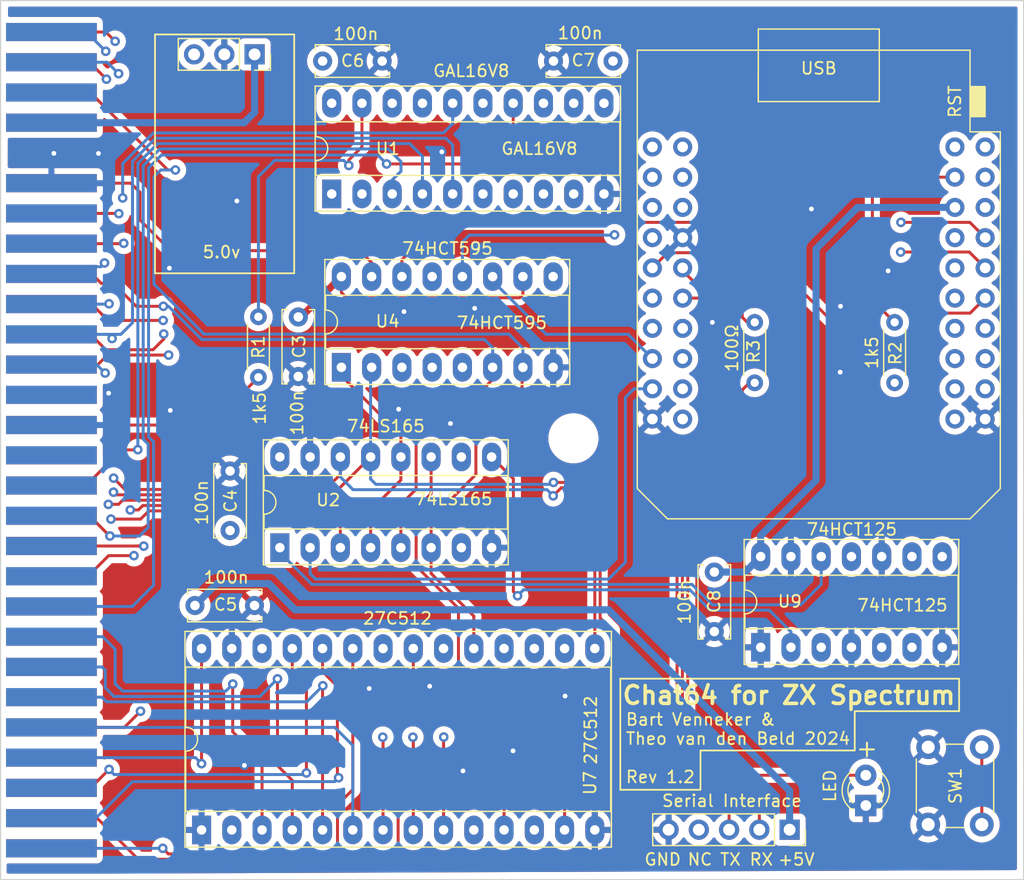
<source format=kicad_pcb>
(kicad_pcb (version 20211014) (generator pcbnew)
  (layers (0 "F.Cu" signal) (1 "In1.Cu" signal) (2 "In2.Cu" signal) (31 "B.Cu" signal) (34 "B.Paste" user) (35 "F.Paste" user) (36 "B.SilkS" user "B.Silkscreen") (37 "F.SilkS" user "F.Silkscreen") (38 "B.Mask" user) (39 "F.Mask" user) (44 "Edge.Cuts" user))
  (net 0 "")
  (net 1 "GND")
  (net 2 "Net-(D1-Pad2)")
  (net 3 "RST")
  (net 4 "LED")
  (net 5 "iRST")
  (net 18 "sclk_1")
  (net 19 "oRST")
  (net 20 "oNMI")
  (net 21 "iIO1")
  (net 23 "RCLK")
  (net 25 "+5V")
  (net 30 "A2")
  (net 31 "A3")
  (net 32 "A4")
  (net 34 "A14")
  (net 35 "A15")
  (net 36 "D1")
  (net 37 "D2")
  (net 38 "D3")
  (net 39 "D4")
  (net 40 "D5")
  (net 42 "iIO2")
  (net 44 "D6")
  (net 45 "D7")
  (net 46 "RomCE")
  (net 51 "~{MREQ}")
  (net 53 "IO1")
  (net 55 "D0")
  (net 56 "IO2")
  (net 57 "~{NMI}")
  (net 58 "A5")
  (net 59 "A6")
  (net 62 "A8")
  (net 63 "A9")
  (net 64 "A10")
  (net 65 "A11")
  (net 67 "~{M1}")
  (net 74 "A12")
  (net 75 "A13")
  (net 76 "A7")
  (net 80 "~{RD}")
  (net 81 "~{RW}")
  (net 82 "A1")
  (net 83 "~{IORQ}")
  (net 84 "+9V")
  (net 85 "A0")
  (net 87 "Net-(R1-Pad1)")
  (net 88 "Net-(R2-Pad2)")
  (net 89 "sclk_2")
  (net 92 "oSdata")
  (net 93 "SPI CLK")
  (net 94 "MISO")
  (net 95 "MOSI")
  (net 96 "io26")
  (net 97 "io5")
  (net 98 "iSdata")
  (net 99 "iSdataH")
  (net 102 "+3V3")
  (net 104 "RX2")
  (net 105 "TX2")
  (footprint "Package_DIP:DIP-16_W7.62mm_Socket_LongPads" (layer "F.Cu") (at 85.167 94.43 90)
    (fp_text reference "U4")
    (fp_text value "74HCT595")
  )
  (footprint "LED_THT:LED_D3.0mm" (layer "F.Cu") (at 129.198 131.242 90)
    (fp_text reference "D1" hide)
    (fp_text value "LED")
  )
  (footprint "Capacitor_THT:C_Disc_D6.0mm_W2.5mm_P5.00mm" (layer "F.Cu") (at 107.975 68.7 180)
    (fp_text reference "C7")
    (fp_text value "100n")
  )
  (footprint "Resistor_THT:R_Axial_DIN0204_L3.6mm_D1.6mm_P5.08mm_Horizontal" (layer "F.Cu") (at 78.2 90.185 -90)
    (fp_text reference "R1")
    (fp_text value "1k5")
  )
  (footprint "Barts:ZX_Bus_Edge_Connector" (layer "F.Cu") (at 60.82 99.28 -90)
    (fp_text reference "Z1" hide)
    (fp_text value "ZX48Bus" hide)
  )
  (footprint "Capacitor_THT:C_Disc_D6.0mm_W2.5mm_P5.00mm" (layer "F.Cu") (at 81.55 90.2 -90)
    (fp_text reference "C3")
    (fp_text value "100n")
  )
  (footprint "Resistor_THT:R_Axial_DIN0204_L3.6mm_D1.6mm_P5.08mm_Horizontal" (layer "F.Cu") (at 131.617689 95.7305 90)
    (fp_text reference "R2")
    (fp_text value "1k5")
  )
  (footprint "Capacitor_THT:C_Disc_D6.0mm_W2.5mm_P5.00mm" (layer "F.Cu") (at 75.819 108.14 90)
    (fp_text reference "C4")
    (fp_text value "100n")
  )
  (footprint "MountingHole:MountingHole_3.2mm_M3" (layer "F.Cu") (at 104.648 100.3935)
    (fp_text reference "H1" hide)
    (fp_text value "MountingHole" hide)
  )
  (footprint "Resistor_THT:R_Axial_DIN0204_L3.6mm_D1.6mm_P5.08mm_Horizontal" (layer "F.Cu") (at 119.870189 90.6505 -90)
    (fp_text reference "R3")
    (fp_text value "100Ω")
  )
  (footprint "Capacitor_THT:C_Disc_D6.0mm_W2.5mm_P5.00mm" (layer "F.Cu") (at 83.591 68.7)
    (fp_text reference "C6")
    (fp_text value "100n")
  )
  (footprint "Package_DIP:DIP-20_W7.62mm_Socket_LongPads" (layer "F.Cu") (at 84.353 79.863 90)
    (fp_text reference "U1")
    (fp_text value "GAL16V8")
  )
  (footprint "Package_DIP:DIP-28_W15.24mm_Socket_LongPads" (layer "F.Cu") (at 73.425 133.295 90)
    (fp_text reference "U7")
    (fp_text value "27C512")
  )
  (footprint "Connector_PinSocket_2.54mm:PinSocket_1x05_P2.54mm_Vertical" (layer "F.Cu") (at 122.8 133.275 -90)
    (fp_text reference "J1" hide)
    (fp_text value "Conn_01x05_Female" hide)
  )
  (footprint "Package_DIP:DIP-14_W7.62mm_Socket_LongPads" (layer "F.Cu") (at 120.373 117.952 90)
    (fp_text reference "U9")
    (fp_text value "74HCT125")
  )
  (footprint "Capacitor_THT:C_Disc_D6.0mm_W2.5mm_P5.00mm" (layer "F.Cu") (at 116.478 111.63 -90)
    (fp_text reference "C8")
    (fp_text value "100n")
  )
  (footprint "Barts:5v_switching_TO220" (layer "F.Cu") (at 77.9 68.75 90)
    (fp_text reference "U5" hide)
    (fp_text value "5v module (hx1314G based)" hide)
  )
  (footprint "Capacitor_THT:C_Disc_D6.0mm_W2.5mm_P5.00mm" (layer "F.Cu") (at 72.87 114.44)
    (fp_text reference "C5")
    (fp_text value "100n")
  )
  (footprint "Button_Switch_THT:SW_PUSH_6mm" (layer "F.Cu") (at 134.438 132.842 90)
    (fp_text reference "SW1")
    (fp_text value "SW_Push" hide)
  )
  (footprint "Barts:ESP32_mini" (layer "F.Cu") (at 125.250189 87.3455 180)
    (fp_text reference "U3" hide)
    (fp_text value "mini_esp32" hide)
  )
  (footprint "Package_DIP:DIP-16_W7.62mm_Socket_LongPads" (layer "F.Cu") (at 80 109.58 90)
    (fp_text reference "U2" hide)
    (fp_text value "74LS165")
  )
  (gr_poly (pts (xy 137.033 123.317) (xy 128.27 123.317) (xy 128.27 126.619) (xy 115.316 126.619) (xy 115.316 129.921) (xy 108.585 129.921) (xy 108.585 120.5865) (xy 137.033 120.5865)) (layer "F.SilkS") (width 0.15) (fill none))
  (gr_rect (start 56.552 63.62) (end 142.447 137.47) (layer "Edge.Cuts") (width 0.1) (fill none))
  (gr_text "27C512" (at 89.875 115.525) (layer "F.SilkS") (effects (font (size 1 1))))
  (gr_text "74HCT595" (at 94.075 84.45) (layer "F.SilkS") (effects (font (size 1 1))))
  (gr_text "Bart Venneker & \nTheo van den Beld 2024\n\nRev 1.2" (at 108.966 126.4285) (layer "F.SilkS") (effects (font (size 1 1)) (justify left)))
  (gr_text "Chat64 for ZX Spectrum" (at 122.7455 121.9835) (layer "F.SilkS") (effects (font (size 1.5 1.5) (thickness 0.3))))
  (gr_text "NC" (at 114.15 135.775) (layer "F.SilkS") (effects (font (size 1 1)) (justify left)))
  (gr_text "TX RX" (at 116.875 135.775) (layer "F.SilkS") (effects (font (size 1 1)) (justify left)))
  (gr_text "+" (at 129.2945 126.4175) (layer "F.SilkS") (effects (font (size 1.5 1.5) (thickness 0.17))))
  (gr_text "GAL16V8" (at 96.075 69.525) (layer "F.SilkS") (effects (font (size 1 1))))
  (gr_text "74HCT125" (at 128.025 108.05) (layer "F.SilkS") (effects (font (size 1 1))))
  (gr_text "Serial Interface" (at 112 130.85) (layer "F.SilkS") (effects (font (size 1 1)) (justify left)))
  (gr_text "+5V" (at 121.75 135.775) (layer "F.SilkS") (effects (font (size 1 1)) (justify left)))
  (gr_text "GND" (at 110.525 135.775) (layer "F.SilkS") (effects (font (size 1 1)) (justify left)))
  (gr_text "74LS165" (at 88.9 99.375) (layer "F.SilkS") (effects (font (size 1 1))))
  (via (at 70.725 86.1) (size 0.8) (drill 0.4) (layers "F.Cu" "B.Cu") (net 1))
  (via (at 127.075 89.3) (size 0.8) (drill 0.4) (layers "F.Cu" "B.Cu") (net 1))
  (via (at 77.02 127.87) (size 0.8) (drill 0.4) (layers "F.Cu" "B.Cu") (net 1))
  (via (at 124.632689 81.1255) (size 0.8) (drill 0.4) (layers "F.Cu" "B.Cu") (net 1))
  (via (at 99.575 126.65) (size 0.8) (drill 0.4) (layers "F.Cu" "B.Cu") (net 1))
  (via (at 93.599 76.327) (size 0.8) (drill 0.4) (layers "F.Cu" "B.Cu") (net 1))
  (via (at 61.0235 76.454) (size 0.8) (drill 0.4) (layers "F.Cu" "B.Cu") (net 1))
  (via (at 103.9495 122.047) (size 0.8) (drill 0.4) (layers "F.Cu" "B.Cu") (net 1))
  (via (at 89.975 97.95) (size 0.8) (drill 0.4) (layers "F.Cu" "B.Cu") (net 1))
  (via (at 65.625 96.6) (size 0.8) (drill 0.4) (layers "F.Cu" "B.Cu") (net 1))
  (via (at 96.357 89.47) (size 0.8) (drill 0.4) (layers "F.Cu" "B.Cu") (net 1))
  (via (at 127.045689 94.8415) (size 0.8) (drill 0.4) (layers "F.Cu" "B.Cu") (net 1))
  (via (at 116.314189 90.6505) (size 0.8) (drill 0.4) (layers "F.Cu" "B.Cu") (net 1))
  (via (at 92.583 121.2215) (size 0.8) (drill 0.4) (layers "F.Cu" "B.Cu") (net 1))
  (via (at 95.377 128.3335) (size 0.8) (drill 0.4) (layers "F.Cu" "B.Cu") (net 1))
  (via (at 64.77 76.46) (size 0.8) (drill 0.4) (layers "F.Cu" "B.Cu") (net 1))
  (via (at 131.075 86.325) (size 0.8) (drill 0.4) (layers "F.Cu" "B.Cu") (net 1))
  (via (at 90.425 89.75) (size 0.8) (drill 0.4) (layers "F.Cu" "B.Cu") (net 1))
  (via (at 70.8 98.05) (size 0.8) (drill 0.4) (layers "F.Cu" "B.Cu") (net 1))
  (via (at 94.325 99.15) (size 0.8) (drill 0.4) (layers "F.Cu" "B.Cu") (net 1))
  (via (at 76.3905 80.4545) (size 0.8) (drill 0.4) (layers "F.Cu" "B.Cu") (net 1))
  (via (at 87.503 121.412) (size 0.8) (drill 0.4) (layers "F.Cu" "B.Cu") (net 1))
  (segment (start 114.25 104.225) (end 118.82452 99.650479) (width 0.25) (layer "F.Cu") (net 2))
  (segment (start 118.052 128.702) (end 114.25 124.9) (width 0.25) (layer "F.Cu") (net 2))
  (segment (start 129.198 128.702) (end 118.052 128.702) (width 0.25) (layer "F.Cu") (net 2))
  (segment (start 119.4195 95.7305) (end 119.870189 95.7305) (width 0.25) (layer "F.Cu") (net 2))
  (segment (start 118.82452 96.32548) (end 119.4195 95.7305) (width 0.25) (layer "F.Cu") (net 2))
  (segment (start 114.25 124.9) (end 114.25 104.225) (width 0.25) (layer "F.Cu") (net 2))
  (segment (start 118.82452 99.650479) (end 118.82452 96.32548) (width 0.25) (layer "F.Cu") (net 2))
  (segment (start 99.593 75.413) (end 99.593 72.243) (width 0.25) (layer "F.Cu") (net 3))
  (segment (start 97.663 77.343) (end 99.593 75.413) (width 0.25) (layer "F.Cu") (net 3))
  (segment (start 88.9635 77.343) (end 97.663 77.343) (width 0.25) (layer "F.Cu") (net 3))
  (via (at 88.9635 77.343) (size 0.8) (drill 0.4) (layers "F.Cu" "B.Cu") (net 3))
  (segment (start 68.97606 100.280842) (end 69.394031 100.698814) (width 0.25) (layer "B.Cu") (net 3))
  (segment (start 70.056653 76.597629) (end 68.97606 77.678222) (width 0.25) (layer "B.Cu") (net 3))
  (segment (start 68.97606 77.678222) (end 68.97606 100.280842) (width 0.25) (layer "B.Cu") (net 3))
  (segment (start 69.394031 112.730969) (end 67.605 114.52) (width 0.25) (layer "B.Cu") (net 3))
  (segment (start 88.218129 76.597629) (end 70.056653 76.597629) (width 0.25) (layer "B.Cu") (net 3))
  (segment (start 69.394031 100.698814) (end 69.394031 112.730969) (width 0.25) (layer "B.Cu") (net 3))
  (segment (start 67.605 114.52) (end 60.82 114.52) (width 0.25) (layer "B.Cu") (net 3))
  (segment (start 88.9635 77.343) (end 88.218129 76.597629) (width 0.25) (layer "B.Cu") (net 3))
  (segment (start 119.870189 90.6505) (end 119.2505 90.6505) (width 0.25) (layer "F.Cu") (net 4))
  (segment (start 118.795956 89.27452) (end 117.237895 87.71646) (width 0.25) (layer "F.Cu") (net 4))
  (segment (start 117.237895 87.71646) (end 115.861198 87.71646) (width 0.25) (layer "F.Cu") (net 4))
  (segment (start 119.2505 90.6505) (end 118.82452 90.22452) (width 0.25) (layer "F.Cu") (net 4))
  (segment (start 118.82452 90.22452) (end 118.82452 89.27452) (width 0.25) (layer "F.Cu") (net 4))
  (segment (start 118.82452 89.27452) (end 118.795956 89.27452) (width 0.25) (layer "F.Cu") (net 4))
  (segment (start 115.861198 87.71646) (end 115.4125 87.267762) (width 0.25) (layer "F.Cu") (net 4))
  (segment (start 115.4125 85.3125) (end 114.9 84.8) (width 0.25) (layer "F.Cu") (net 4))
  (segment (start 114.9 84.8) (end 112.555689 84.8) (width 0.25) (layer "F.Cu") (net 4))
  (segment (start 115.4125 87.267762) (end 115.4125 85.3125) (width 0.25) (layer "F.Cu") (net 4))
  (segment (start 112.555689 84.8) (end 111.280189 86.0755) (width 0.25) (layer "F.Cu") (net 4))
  (segment (start 138.938 132.842) (end 138.938 126.342) (width 0.25) (layer "F.Cu") (net 5))
  (segment (start 82.54 111.765) (end 82.99548 112.22048) (width 0.25) (layer "B.Cu") (net 18))
  (segment (start 109.0125 110.8125) (end 109.0125 96.9625) (width 0.25) (layer "B.Cu") (net 18))
  (segment (start 111.280189 96.2355) (end 109.7395 96.2355) (width 0.25) (layer "B.Cu") (net 18))
  (segment (start 82.99548 112.22048) (end 107.60452 112.22048) (width 0.25) (layer "B.Cu") (net 18))
  (segment (start 82.54 109.58) (end 82.54 111.765) (width 0.25) (layer "B.Cu") (net 18))
  (segment (start 107.60452 112.22048) (end 109.0125 110.8125) (width 0.25) (layer "B.Cu") (net 18))
  (segment (start 109.7395 96.2355) (end 109.0125 96.9625) (width 0.25) (layer "B.Cu") (net 18))
  (segment (start 137.934689 82.25) (end 139.220189 83.5355) (width 0.25) (layer "F.Cu") (net 23))
  (segment (start 132.15 82.25) (end 137.934689 82.25) (width 0.25) (layer "F.Cu") (net 23))
  (via (at 132.15 82.25) (size 0.8) (drill 0.4) (layers "F.Cu" "B.Cu") (net 23))
  (via (at 108.1 83.3) (size 0.8) (drill 0.4) (layers "F.Cu" "B.Cu") (net 23))
  (segment (start 95.327 86.81) (end 95.327 83.898) (width 0.25) (layer "B.Cu") (net 23))
  (segment (start 95.9 83.325) (end 98.575 83.325) (width 0.25) (layer "B.Cu") (net 23))
  (segment (start 98.575 83.325) (end 107.525 83.325) (width 0.25) (layer "B.Cu") (net 23))
  (segment (start 95.327 83.898) (end 95.9 83.325) (width 0.25) (layer "B.Cu") (net 23))
  (segment (start 108.075 83.325) (end 108.1 83.3) (width 0.25) (layer "B.Cu") (net 23))
  (segment (start 107.525 83.325) (end 108.075 83.325) (width 0.25) (layer "B.Cu") (net 23))
  (segment (start 85.612489 88.585489) (end 85.167 88.14) (width 0.25) (layer "F.Cu") (net 25))
  (segment (start 81.55 90.2) (end 81.777 90.2) (width 0.6) (layer "F.Cu") (net 25))
  (segment (start 73.425 127.725) (end 73.425 118.055) (width 0.25) (layer "F.Cu") (net 25))
  (segment (start 100.131511 88.585489) (end 85.612489 88.585489) (width 0.25) (layer "F.Cu") (net 25))
  (segment (start 100.407 88.31) (end 100.131511 88.585489) (width 0.25) (layer "F.Cu") (net 25))
  (segment (start 100.407 86.81) (end 100.407 88.31) (width 0.25) (layer "F.Cu") (net 25))
  (segment (start 81.777 90.2) (end 85.167 86.81) (width 0.6) (layer "F.Cu") (net 25))
  (segment (start 85.167 88.14) (end 85.167 86.81) (width 0.25) (layer "F.Cu") (net 25))
  (via (at 73.425 127.725) (size 0.8) (drill 0.4) (layers "F.Cu" "B.Cu") (net 25))
  (segment (start 60.82 127.22) (end 72.92 127.22) (width 0.25) (layer "B.Cu") (net 25))
  (segment (start 74.71 112.6) (end 72.87 114.44) (width 0.6) (layer "B.Cu") (net 25))
  (segment (start 122.8 130) (end 107.6 114.8) (width 0.6) (layer "B.Cu") (net 25))
  (segment (start 107.6 114.8) (end 81.275 114.8) (width 0.6) (layer "B.Cu") (net 25))
  (segment (start 122.8 133.275) (end 122.8 130) (width 0.6) (layer "B.Cu") (net 25))
  (segment (start 79.075 112.6) (end 74.71 112.6) (width 0.6) (layer "B.Cu") (net 25))
  (segment (start 72.92 127.22) (end 73.425 127.725) (width 0.25) (layer "B.Cu") (net 25))
  (segment (start 81.275 114.8) (end 79.075 112.6) (width 0.6) (layer "B.Cu") (net 25))
  (segment (start 91.205 125.535) (end 91.205 133.295) (width 0.25) (layer "F.Cu") (net 30))
  (segment (start 91.17 125.5) (end 91.205 125.535) (width 0.25) (layer "F.Cu") (net 30))
  (via (at 91.17 125.5) (size 0.8) (drill 0.4) (layers "F.Cu" "B.Cu") (net 30))
  (via (at 65.913 92.0115) (size 0.8) (drill 0.4) (layers "F.Cu" "B.Cu") (net 30))
  (segment (start 67.6275 77.119629) (end 69.563129 75.184) (width 0.25) (layer "B.Cu") (net 30))
  (segment (start 64.677 91.66) (end 65.1805 91.66) (width 0.25) (layer "B.Cu") (net 30))
  (segment (start 65.1805 91.66) (end 65.5615 91.66) (width 0.25) (layer "B.Cu") (net 30))
  (segment (start 65.5615 91.66) (end 65.913 92.0115) (width 0.25) (layer "B.Cu") (net 30))
  (segment (start 94.513 75.756) (end 94.513 79.863) (width 0.25) (layer "B.Cu") (net 30))
  (segment (start 66.65 91.66) (end 67.6275 90.6825) (width 0.25) (layer "B.Cu") (net 30))
  (segment (start 93.941 75.184) (end 94.513 75.756) (width 0.25) (layer "B.Cu") (net 30))
  (segment (start 69.563129 75.184) (end 93.941 75.184) (width 0.25) (layer "B.Cu") (net 30))
  (segment (start 67.6275 90.6825) (end 67.6275 77.119629) (width 0.25) (layer "B.Cu") (net 30))
  (segment (start 65.1805 91.66) (end 66.65 91.66) (width 0.25) (layer "B.Cu") (net 30))
  (segment (start 60.82 91.66) (end 64.677 91.66) (width 0.25) (layer "B.Cu") (net 30))
  (segment (start 88.665 125.525) (end 88.665 133.295) (width 0.25) (layer "F.Cu") (net 31))
  (segment (start 88.64 125.5) (end 88.665 125.525) (width 0.25) (layer "F.Cu") (net 31))
  (via (at 88.64 125.5) (size 0.8) (drill 0.4) (layers "F.Cu" "B.Cu") (net 31))
  (via (at 65.33 94.91) (size 0.8) (drill 0.4) (layers "F.Cu" "B.Cu") (net 31))
  (segment (start 64.62 94.2) (end 65.33 94.91) (width 0.25) (layer "B.Cu") (net 31))
  (segment (start 60.82 94.2) (end 64.62 94.2) (width 0.25) (layer "B.Cu") (net 31))
  (segment (start 84.61 124.68) (end 86.125 126.195) (width 0.25) (layer "B.Cu") (net 32))
  (segment (start 86.125 126.195) (end 86.125 133.295) (width 0.25) (layer "B.Cu") (net 32))
  (segment (start 60.82 124.68) (end 84.61 124.68) (width 0.25) (layer "B.Cu") (net 32))
  (via (at 65.38 67.88) (size 0.8) (drill 0.4) (layers "F.Cu" "B.Cu") (net 34))
  (segment (start 63.76 66.26) (end 65.38 67.88) (width 0.25) (layer "B.Cu") (net 34))
  (segment (start 60.82 66.26) (end 63.76 66.26) (width 0.25) (layer "B.Cu") (net 34))
  (segment (start 65.39 66.26) (end 60.82 66.26) (width 0.25) (layer "F.Cu") (net 35))
  (segment (start 66.17 67.04) (end 65.39 66.26) (width 0.25) (layer "F.Cu") (net 35))
  (via (at 66.17 67.04) (size 0.8) (drill 0.4) (layers "F.Cu" "B.Cu") (net 35))
  (segment (start 66.46 81.5) (end 60.82 81.5) (width 0.25) (layer "F.Cu") (net 36))
  (segment (start 65.6 105.94) (end 66.45 105.94) (width 0.25) (layer "F.Cu") (net 36))
  (segment (start 90.16 103.9) (end 90.16 101.96) (width 0.25) (layer "F.Cu") (net 36))
  (segment (start 88.46856 105.59144) (end 90.16 103.9) (width 0.25) (layer "F.Cu") (net 36))
  (segment (start 66.45 105.94) (end 66.79856 105.59144) (width 0.25) (layer "F.Cu") (net 36))
  (segment (start 90.16 101.96) (end 90.16 100.14) (width 0.25) (layer "F.Cu") (net 36))
  (segment (start 66.48 81.52) (end 66.46 81.5) (width 0.25) (layer "F.Cu") (net 36))
  (segment (start 66.79856 105.59144) (end 88.46856 105.59144) (width 0.25) (layer "F.Cu") (net 36))
  (segment (start 85.167 94.43) (end 85.167 95.147) (width 0.25) (layer "F.Cu") (net 36))
  (segment (start 85.167 95.147) (end 90.16 100.14) (width 0.25) (layer "F.Cu") (net 36))
  (via (at 65.6 105.94) (size 0.8) (drill 0.4) (layers "F.Cu" "B.Cu") (net 36))
  (via (at 66.48 81.52) (size 0.8) (drill 0.4) (layers "F.Cu" "B.Cu") (net 36))
  (segment (start 107.925 126.465) (end 105.045 129.345) (width 0.25) (layer "F.Cu") (net 37))
  (segment (start 107.925 116.525) (end 107.925 126.465) (width 0.25) (layer "F.Cu") (net 37))
  (segment (start 66.86 84.04) (end 60.82 84.04) (width 0.25) (layer "F.Cu") (net 37))
  (segment (start 84.092859 105.122859) (end 84.457141 105.122859) (width 0.25) (layer "F.Cu") (net 37))
  (segment (start 102.975 104.1) (end 105.65 104.1) (width 0.25) (layer "F.Cu") (net 37))
  (segment (start 103.905 130.485) (end 103.905 133.295) (width 0.25) (layer "F.Cu") (net 37))
  (segment (start 66.03 104.92) (end 66.25192 105.14192) (width 0.25) (layer "F.Cu") (net 37))
  (segment (start 66.89 84.01) (end 66.86 84.04) (width 0.25) (layer "F.Cu") (net 37))
  (segment (start 105.65 104.1) (end 106.89452 105.34452) (width 0.25) (layer "F.Cu") (net 37))
  (segment (start 106.89452 115.49452) (end 107.925 116.525) (width 0.25) (layer "F.Cu") (net 37))
  (segment (start 105.045 129.345) (end 103.905 130.485) (width 0.25) (layer "F.Cu") (net 37))
  (segment (start 84.457141 105.122859) (end 87.62 101.96) (width 0.25) (layer "F.Cu") (net 37))
  (segment (start 66.25192 105.14192) (end 84.073798 105.14192) (width 0.25) (layer "F.Cu") (net 37))
  (segment (start 84.073798 105.14192) (end 84.092859 105.122859) (width 0.25) (layer "F.Cu") (net 37))
  (segment (start 106.89452 105.34452) (end 106.89452 115.49452) (width 0.25) (layer "F.Cu") (net 37))
  (via (at 102.975 104.1) (size 0.8) (drill 0.4) (layers "F.Cu" "B.Cu") (net 37))
  (via (at 66.03 104.92) (size 0.8) (drill 0.4) (layers "F.Cu" "B.Cu") (net 37))
  (via (at 66.89 84.01) (size 0.8) (drill 0.4) (layers "F.Cu" "B.Cu") (net 37))
  (segment (start 87.62 103.82) (end 88.06048 104.26048) (width 0.25) (layer "B.Cu") (net 37))
  (segment (start 102.81452 104.26048) (end 102.975 104.1) (width 0.25) (layer "B.Cu") (net 37))
  (segment (start 87.62 101.96) (end 87.62 94.517) (width 0.25) (layer "B.Cu") (net 37))
  (segment (start 88.06048 104.26048) (end 101.53952 104.26048) (width 0.25) (layer "B.Cu") (net 37))
  (segment (start 101.53952 104.26048) (end 102.81452 104.26048) (width 0.25) (layer "B.Cu") (net 37))
  (segment (start 87.62 94.517) (end 87.707 94.43) (width 0.25) (layer "B.Cu") (net 37))
  (segment (start 87.62 101.96) (end 87.62 103.82) (width 0.25) (layer "B.Cu") (net 37))
  (segment (start 102.95 105.225) (end 103.62548 104.54952) (width 0.25) (layer "F.Cu") (net 38))
  (segment (start 70.25 92.056) (end 70.25 91.63) (width 0.25) (layer "F.Cu") (net 38))
  (segment (start 65.39148 92.95048) (end 69.35552 92.95048) (width 0.25) (layer "F.Cu") (net 38))
  (segment (start 60.82 91.66) (end 64.101 91.66) (width 0.25) (layer "F.Cu") (net 38))
  (segment (start 66.99402 104.6924) (end 83.8176 104.6924) (width 0.25) (layer "F.Cu") (net 38))
  (segment (start 105.463802 104.54952) (end 106.445 105.530718) (width 0.25) (layer "F.Cu") (net 38))
  (segment (start 64.101 91.66) (end 65.39148 92.95048) (width 0.25) (layer "F.Cu") (net 38))
  (segment (start 66.04162 103.74) (end 66.99402 104.6924) (width 0.25) (layer "F.Cu") (net 38))
  (segment (start 106.445 105.530718) (end 106.445 118.055) (width 0.25) (layer "F.Cu") (net 38))
  (segment (start 83.8176 104.6924) (end 85.08 103.43) (width 0.25) (layer "F.Cu") (net 38))
  (segment (start 85.08 103.43) (end 85.08 101.96) (width 0.25) (layer "F.Cu") (net 38))
  (segment (start 69.35552 92.95048) (end 70.25 92.056) (width 0.25) (layer "F.Cu") (net 38))
  (segment (start 64.42 91.66) (end 60.82 91.66) (width 0.25) (layer "F.Cu") (net 38))
  (segment (start 103.62548 104.54952) (end 105.463802 104.54952) (width 0.25) (layer "F.Cu") (net 38))
  (via (at 102.95 105.225) (size 0.8) (drill 0.4) (layers "F.Cu" "B.Cu") (net 38))
  (via (at 70.25 91.63) (size 0.8) (drill 0.4) (layers "F.Cu" "B.Cu") (net 38))
  (via (at 66.04162 103.74) (size 0.8) (drill 0.4) (layers "F.Cu" "B.Cu") (net 38))
  (segment (start 101.515 104.71) (end 102.435 104.71) (width 0.25) (layer "B.Cu") (net 38))
  (segment (start 102.435 104.71) (end 102.95 105.225) (width 0.25) (layer "B.Cu") (net 38))
  (segment (start 101.515 104.71) (end 86.15 104.71) (width 0.25) (layer "B.Cu") (net 38))
  (segment (start 85.08 103.64) (end 85.08 101.96) (width 0.25) (layer "B.Cu") (net 38))
  (segment (start 86.15 104.71) (end 85.08 103.64) (width 0.25) (layer "B.Cu") (net 38))
  (segment (start 83.73048 106.49048) (end 68.99952 106.49048) (width 0.25) (layer "F.Cu") (net 39))
  (segment (start 64.72 94.2) (end 60.82 94.2) (width 0.25) (layer "F.Cu") (net 39))
  (segment (start 70.66 93.4) (end 65.52 93.4) (width 0.25) (layer "F.Cu") (net 39))
  (segment (start 68.31 107.18) (end 65.82 107.18) (width 0.25) (layer "F.Cu") (net 39))
  (segment (start 85.08 109.58) (end 85.08 107.84) (width 0.25) (layer "F.Cu") (net 39))
  (segment (start 85.08 107.84) (end 83.73048 106.49048) (width 0.25) (layer "F.Cu") (net 39))
  (segment (start 65.52 93.4) (end 64.72 94.2) (width 0.25) (layer "F.Cu") (net 39))
  (segment (start 68.99952 106.49048) (end 68.31 107.18) (width 0.25) (layer "F.Cu") (net 39))
  (via (at 70.66 93.4) (size 0.8) (drill 0.4) (layers "F.Cu" "B.Cu") (net 39))
  (via (at 65.82 107.18) (size 0.8) (drill 0.4) (layers "F.Cu" "B.Cu") (net 39))
  (segment (start 65.57 90.49) (end 70.2 90.49) (width 0.25) (layer "F.Cu") (net 40))
  (segment (start 64.423 89.12) (end 60.82 89.12) (width 0.25) (layer "F.Cu") (net 40))
  (segment (start 86.68096 106.04096) (end 87.62 106.98) (width 0.25) (layer "F.Cu") (net 40))
  (segment (start 64.2 89.12) (end 65.11 90.03) (width 0.25) (layer "F.Cu") (net 40))
  (segment (start 65.11 90.03) (end 65.57 90.49) (width 0.25) (layer "F.Cu") (net 40))
  (segment (start 60.82 89.12) (end 64.2 89.12) (width 0.25) (layer "F.Cu") (net 40))
  (segment (start 87.62 106.98) (end 87.62 109.58) (width 0.25) (layer "F.Cu") (net 40))
  (segment (start 68.12594 106.41) (end 68.49498 106.04096) (width 0.25) (layer "F.Cu") (net 40))
  (segment (start 67.44 106.41) (end 68.12594 106.41) (width 0.25) (layer "F.Cu") (net 40))
  (segment (start 68.49498 106.04096) (end 86.68096 106.04096) (width 0.25) (layer "F.Cu") (net 40))
  (via (at 70.2 90.49) (size 0.8) (drill 0.4) (layers "F.Cu" "B.Cu") (net 40))
  (via (at 67.44 106.41) (size 0.8) (drill 0.4) (layers "F.Cu" "B.Cu") (net 40))
  (segment (start 91.44 104.67) (end 90.15 105.96) (width 0.25) (layer "F.Cu") (net 44))
  (segment (start 60.82 86.58) (end 64.21 86.58) (width 0.25) (layer "F.Cu") (net 44))
  (segment (start 97.867 94.43) (end 97.867 95.45) (width 0.25) (layer "F.Cu") (net 44))
  (segment (start 90.16 105.97) (end 90.16 109.58) (width 0.25) (layer "F.Cu") (net 44))
  (segment (start 67.94 89.3) (end 70.22 89.3) (width 0.25) (layer "F.Cu") (net 44))
  (segment (start 91.44 98.69) (end 91.44 104.67) (width 0.25) (layer "F.Cu") (net 44))
  (segment (start 97.867 95.45) (end 96.667 96.65) (width 0.25) (layer "F.Cu") (net 44))
  (segment (start 64.21 86.58) (end 64.91975 87.28975) (width 0.25) (layer "F.Cu") (net 44))
  (segment (start 96.667 96.65) (end 93.48 96.65) (width 0.25) (layer "F.Cu") (net 44))
  (segment (start 67.84 89.2) (end 67.94 89.3) (width 0.25) (layer "F.Cu") (net 44))
  (segment (start 66.016 87.376) (end 67.84 89.2) (width 0.25) (layer "F.Cu") (net 44))
  (segment (start 93.48 96.65) (end 91.44 98.69) (width 0.25) (layer "F.Cu") (net 44))
  (segment (start 90.15 105.96) (end 90.16 105.97) (width 0.25) (layer "F.Cu") (net 44))
  (segment (start 65.006 87.376) (end 66.016 87.376) (width 0.25) (layer "F.Cu") (net 44))
  (segment (start 65.006 87.376) (end 64.91975 87.28975) (width 0.25) (layer "F.Cu") (net 44))
  (via (at 70.22 89.3) (size 0.8) (drill 0.4) (layers "F.Cu" "B.Cu") (net 44))
  (segment (start 70.65 89.3) (end 70.22 89.3) (width 0.25) (layer "B.Cu") (net 44))
  (segment (start 97.867 92.777) (end 97.17952 92.08952) (width 0.25) (layer "B.Cu") (net 44))
  (segment (start 97.17952 92.08952) (end 73.43952 92.08952) (width 0.25) (layer "B.Cu") (net 44))
  (segment (start 73.43952 92.08952) (end 70.65 89.3) (width 0.25) (layer "B.Cu") (net 44))
  (segment (start 97.867 94.43) (end 97.867 92.777) (width 0.25) (layer "B.Cu") (net 44))
  (segment (start 92.7 109.58) (end 92.7 111.749282) (width 0.25) (layer "F.Cu") (net 45))
  (segment (start 96.285 115.334282) (end 96.285 118.055) (width 0.25) (layer "F.Cu") (net 45))
  (segment (start 92.7 107.189386) (end 96.46 103.429386) (width 0.25) (layer "F.Cu") (net 45))
  (segment (start 64.08 71.34) (end 60.82 71.34) (width 0.25) (layer "F.Cu") (net 45))
  (segment (start 92.7 111.749282) (end 96.285 115.334282) (width 0.25) (layer "F.Cu") (net 45))
  (segment (start 96.46 99.987) (end 100.34 96.107) (width 0.25) (layer "F.Cu") (net 45))
  (segment (start 92.7 109.58) (end 92.7 107.189386) (width 0.25) (layer "F.Cu") (net 45))
  (segment (start 71.23 77.85) (end 70.59 77.85) (width 0.25) (layer "F.Cu") (net 45))
  (segment (start 70.59 77.85) (end 64.08 71.34) (width 0.25) (layer "F.Cu") (net 45))
  (segment (start 100.34 96.107) (end 100.34 94.45) (width 0.25) (layer "F.Cu") (net 45))
  (segment (start 96.46 103.429386) (end 96.46 99.987) (width 0.25) (layer "F.Cu") (net 45))
  (via (at 71.23 77.85) (size 0.8) (drill 0.4) (layers "F.Cu" "B.Cu") (net 45))
  (segment (start 71.23 77.85) (end 70 77.85) (width 0.25) (layer "B.Cu") (net 45))
  (segment (start 69.42558 78.42442) (end 69.42558 87.439862) (width 0.25) (layer "B.Cu") (net 45))
  (segment (start 70 77.85) (end 69.42558 78.42442) (width 0.25) (layer "B.Cu") (net 45))
  (segment (start 69.42558 87.439862) (end 73.625718 91.64) (width 0.25) (layer "B.Cu") (net 45))
  (segment (start 73.625718 91.64) (end 99.23 91.64) (width 0.25) (layer "B.Cu") (net 45))
  (segment (start 99.23 91.64) (end 100.407 92.817) (width 0.25) (layer "B.Cu") (net 45))
  (segment (start 100.407 92.817) (end 100.407 94.43) (width 0.25) (layer "B.Cu") (net 45))
  (via (at 66.802 80.2005) (size 0.8) (drill 0.4) (layers "F.Cu" "B.Cu") (net 46))
  (segment (start 93.73448 74.73448) (end 94.513 73.95596) (width 0.25) (layer "B.Cu") (net 46))
  (segment (start 94.513 73.95596) (end 94.513 72.243) (width 0.25) (layer "B.Cu") (net 46))
  (segment (start 66.802 77.309411) (end 66.802 80.2005) (width 0.25) (layer "B.Cu") (net 46))
  (segment (start 69.376931 74.73448) (end 66.802 77.309411) (width 0.25) (layer "B.Cu") (net 46))
  (segment (start 93.73448 74.73448) (end 69.376931 74.73448) (width 0.25) (layer "B.Cu") (net 46))
  (segment (start 66.71 101.37) (end 68.048 101.37) (width 0.25) (layer "F.Cu") (net 51))
  (segment (start 60.82 104.36) (end 63.72 104.36) (width 0.25) (layer "F.Cu") (net 51))
  (segment (start 65.05 103.03) (end 66.71 101.37) (width 0.25) (layer "F.Cu") (net 51))
  (segment (start 68.048 101.37) (end 68.072 101.346) (width 0.25) (layer "F.Cu") (net 51))
  (segment (start 63.72 104.36) (end 65.05 103.03) (width 0.25) (layer "F.Cu") (net 51))
  (via (at 68.072 101.346) (size 0.8) (drill 0.4) (layers "F.Cu" "B.Cu") (net 51))
  (segment (start 68.07702 77.305827) (end 69.749327 75.63352) (width 0.25) (layer "B.Cu") (net 51))
  (segment (start 90.90852 75.63352) (end 91.973 76.698) (width 0.25) (layer "B.Cu") (net 51))
  (segment (start 91.973 76.698) (end 91.973 79.863) (width 0.25) (layer "B.Cu") (net 51))
  (segment (start 68.07702 101.34098) (end 68.07702 77.305827) (width 0.25) (layer "B.Cu") (net 51))
  (segment (start 69.749327 75.63352) (end 90.90852 75.63352) (width 0.25) (layer "B.Cu") (net 51))
  (segment (start 68.072 101.346) (end 68.07702 101.34098) (width 0.25) (layer "B.Cu") (net 51))
  (segment (start 80 109.58) (end 80 109.98) (width 0.25) (layer "B.Cu") (net 53))
  (segment (start 82.69 112.67) (end 114.60904 112.67) (width 0.25) (layer "B.Cu") (net 53))
  (segment (start 114.60904 112.67) (end 116.31952 114.38048) (width 0.25) (layer "B.Cu") (net 53))
  (segment (start 116.31952 114.38048) (end 123.72952 114.38048) (width 0.25) (layer "B.Cu") (net 53))
  (segment (start 125.453 112.657) (end 125.453 110.332) (width 0.25) (layer "B.Cu") (net 53))
  (segment (start 80 109.98) (end 82.69 112.67) (width 0.25) (layer "B.Cu") (net 53))
  (segment (start 123.72952 114.38048) (end 125.453 112.657) (width 0.25) (layer "B.Cu") (net 53))
  (segment (start 87.707 86.81) (end 87.707 85.632) (width 0.25) (layer "F.Cu") (net 55))
  (segment (start 94.996 124.333) (end 98.825 128.162) (width 0.25) (layer "F.Cu") (net 55))
  (segment (start 98.825 128.162) (end 98.825 133.295) (width 0.25) (layer "F.Cu") (net 55))
  (segment (start 70.825 84.625) (end 68.25 82.05) (width 0.25) (layer "F.Cu") (net 55))
  (segment (start 91.4435 106.2965) (end 91.4435 111.1285) (width 0.25) (layer "F.Cu") (net 55))
  (segment (start 87.707 85.632) (end 86.7 84.625) (width 0.25) (layer "F.Cu") (net 55))
  (segment (start 91.4435 111.1285) (end 94.996 114.681) (width 0.25) (layer "F.Cu") (net 55))
  (segment (start 68.25 82.05) (end 68.25 79.725) (width 0.25) (layer "F.Cu") (net 55))
  (segment (start 92.7 101.96) (end 92.7 105.04) (width 0.25) (layer "F.Cu") (net 55))
  (segment (start 86.7 84.625) (end 70.825 84.625) (width 0.25) (layer "F.Cu") (net 55))
  (segment (start 67.485 78.96) (end 60.82 78.96) (width 0.25) (layer "F.Cu") (net 55))
  (segment (start 94.996 114.681) (end 94.996 124.333) (width 0.25) (layer "F.Cu") (net 55))
  (segment (start 92.7 105.04) (end 91.4435 106.2965) (width 0.25) (layer "F.Cu") (net 55))
  (segment (start 68.25 79.725) (end 67.485 78.96) (width 0.25) (layer "F.Cu") (net 55))
  (segment (start 74.185 99.28) (end 78.2 95.265) (width 0.25) (layer "F.Cu") (net 57))
  (segment (start 60.82 99.28) (end 74.185 99.28) (width 0.25) (layer "F.Cu") (net 57))
  (segment (start 83.585 133.295) (end 83.585 121.205) (width 0.25) (layer "F.Cu") (net 58))
  (segment (start 83.585 121.205) (end 83.61 121.18) (width 0.25) (layer "F.Cu") (net 58))
  (via (at 83.61 121.18) (size 0.8) (drill 0.4) (layers "F.Cu" "B.Cu") (net 58))
  (segment (start 83.61 121.18) (end 82.26048 122.52952) (width 0.25) (layer "B.Cu") (net 58))
  (segment (start 82.26048 122.52952) (end 65.44952 122.52952) (width 0.25) (layer "B.Cu") (net 58))
  (segment (start 65.44952 122.52952) (end 65.06 122.14) (width 0.25) (layer "B.Cu") (net 58))
  (segment (start 65.06 122.14) (end 60.82 122.14) (width 0.25) (layer "B.Cu") (net 58))
  (segment (start 81.045 129.135) (end 79.8 127.89) (width 0.25) (layer "F.Cu") (net 59))
  (segment (start 81.045 133.295) (end 81.045 129.135) (width 0.25) (layer "F.Cu") (net 59))
  (segment (start 79.8 127.89) (end 79.8 120.6) (width 0.25) (layer "F.Cu") (net 59))
  (via (at 79.8 120.6) (size 0.8) (drill 0.4) (layers "F.Cu" "B.Cu") (net 59))
  (segment (start 65.34475 121.35175) (end 65.34475 119.88475) (width 0.25) (layer "B.Cu") (net 59))
  (segment (start 79.8 120.6) (end 78.32 122.08) (width 0.25) (layer "B.Cu") (net 59))
  (segment (start 66.073 122.08) (end 65.34475 121.35175) (width 0.25) (layer "B.Cu") (net 59))
  (segment (start 78.32 122.08) (end 67.54 122.08) (width 0.25) (layer "B.Cu") (net 59))
  (segment (start 65.34475 119.88475) (end 65.06 119.6) (width 0.25) (layer "B.Cu") (net 59))
  (segment (start 68.613 122.08) (end 66.073 122.08) (width 0.25) (layer "B.Cu") (net 59))
  (segment (start 65.06 119.6) (end 60.82 119.6) (width 0.25) (layer "B.Cu") (net 59))
  (segment (start 64.11 129.76) (end 65.66 128.21) (width 0.25) (layer "F.Cu") (net 62))
  (segment (start 82.23 128.51) (end 82.23 121.57) (width 0.25) (layer "F.Cu") (net 62))
  (segment (start 81.045 120.385) (end 81.045 118.055) (width 0.25) (layer "F.Cu") (net 62))
  (segment (start 82.23 121.57) (end 81.045 120.385) (width 0.25) (layer "F.Cu") (net 62))
  (segment (start 60.82 129.76) (end 64.11 129.76) (width 0.25) (layer "F.Cu") (net 62))
  (via (at 82.23 128.51) (size 0.8) (drill 0.4) (layers "F.Cu" "B.Cu") (net 62))
  (via (at 65.66 128.21) (size 0.8) (drill 0.4) (layers "F.Cu" "B.Cu") (net 62))
  (segment (start 82.09856 128.64144) (end 82.23 128.51) (width 0.25) (layer "B.Cu") (net 62))
  (segment (start 66.09144 128.64144) (end 82.09856 128.64144) (width 0.25) (layer "B.Cu") (net 62))
  (segment (start 65.66 128.21) (end 66.09144 128.64144) (width 0.25) (layer "B.Cu") (net 62))
  (segment (start 84.93 128.91) (end 84.83 128.81) (width 0.25) (layer "F.Cu") (net 63))
  (segment (start 83.585 119.995) (end 83.585 118.055) (width 0.25) (layer "F.Cu") (net 63))
  (segment (start 84.83 121.24) (end 83.585 119.995) (width 0.25) (layer "F.Cu") (net 63))
  (segment (start 84.83 128.81) (end 84.83 121.24) (width 0.25) (layer "F.Cu") (net 63))
  (via (at 84.93 128.91) (size 0.8) (drill 0.4) (layers "F.Cu" "B.Cu") (net 63))
  (segment (start 84.93 128.91) (end 84.605489 129.234511) (width 0.25) (layer "B.Cu") (net 63))
  (segment (start 84.605489 129.234511) (end 67.616207 129.234511) (width 0.25) (layer "B.Cu") (net 63))
  (segment (start 64.550718 132.3) (end 60.82 132.3) (width 0.25) (layer "B.Cu") (net 63))
  (segment (start 67.616207 129.234511) (end 64.550718 132.3) (width 0.25) (layer "B.Cu") (net 63))
  (segment (start 89.08 135.76) (end 68.11 135.76) (width 0.25) (layer "F.Cu") (net 64))
  (segment (start 64.65 132.3) (end 60.82 132.3) (width 0.25) (layer "F.Cu") (net 64))
  (segment (start 91.205 118.055) (end 91.205 120.315) (width 0.25) (layer "F.Cu") (net 64))
  (segment (start 68.11 135.76) (end 64.65 132.3) (width 0.25) (layer "F.Cu") (net 64))
  (segment (start 89.93 121.59) (end 89.93 134.91) (width 0.25) (layer "F.Cu") (net 64))
  (segment (start 91.205 120.315) (end 89.93 121.59) (width 0.25) (layer "F.Cu") (net 64))
  (segment (start 89.93 134.91) (end 89.08 135.76) (width 0.25) (layer "F.Cu") (net 64))
  (segment (start 84.84 131.19) (end 84.84 134.53) (width 0.25) (layer "F.Cu") (net 65))
  (segment (start 86.095 129.935) (end 84.84 131.19) (width 0.25) (layer "F.Cu") (net 65))
  (segment (start 84.05952 135.31048) (end 70.64048 135.31048) (width 0.25) (layer "F.Cu") (net 65))
  (segment (start 86.125 118.055) (end 86.125 129.935) (width 0.25) (layer "F.Cu") (net 65))
  (segment (start 70.64048 135.31048) (end 70.17 134.84) (width 0.25) (layer "F.Cu") (net 65))
  (segment (start 86.125 129.935) (end 86.095 129.935) (width 0.25) (layer "F.Cu") (net 65))
  (segment (start 84.84 134.53) (end 84.05952 135.31048) (width 0.25) (layer "F.Cu") (net 65))
  (via (at 70.17 134.84) (size 0.8) (drill 0.4) (layers "F.Cu" "B.Cu") (net 65))
  (segment (start 60.82 134.84) (end 70.17 134.84) (width 0.25) (layer "B.Cu") (net 65))
  (segment (start 60.82 124.68) (end 66.94 124.68) (width 0.25) (layer "F.Cu") (net 67))
  (segment (start 66.94 124.68) (end 68.3 123.32) (width 0.25) (layer "F.Cu") (net 67))
  (via (at 68.3 123.32) (size 0.8) (drill 0.4) (layers "F.Cu" "B.Cu") (net 67))
  (via (at 66.46 69.76) (size 0.8) (drill 0.4) (layers "F.Cu" "B.Cu") (net 74))
  (segment (start 60.82 68.8) (end 65.5 68.8) (width 0.25) (layer "B.Cu") (net 74))
  (segment (start 65.5 68.8) (end 66.46 69.76) (width 0.25) (layer "B.Cu") (net 74))
  (segment (start 60.82 68.8) (end 64.02 68.8) (width 0.25) (layer "F.Cu") (net 75))
  (segment (start 64.02 68.8) (end 65.44 70.22) (width 0.25) (layer "F.Cu") (net 75))
  (via (at 65.44 70.22) (size 0.8) (drill 0.4) (layers "F.Cu" "B.Cu") (net 75))
  (segment (start 76.04 121.05) (end 76.05 121.04) (width 0.25) (layer "F.Cu") (net 76))
  (segment (start 78.505 127.515) (end 78.505 133.295) (width 0.25) (layer "F.Cu") (net 76))
  (segment (start 76.04 125.05) (end 76.04 121.05) (width 0.25) (layer "F.Cu") (net 76))
  (segment (start 76.04 125.05) (end 78.505 127.515) (width 0.25) (layer "F.Cu") (net 76))
  (via (at 76.05 121.04) (size 0.8) (drill 0.4) (layers "F.Cu" "B.Cu") (net 76))
  (segment (start 66.17202 118.11502) (end 66.17202 121.02202) (width 0.25) (layer "B.Cu") (net 76))
  (segment (start 66.17202 121.02202) (end 66.19106 121.02202) (width 0.25) (layer "B.Cu") (net 76))
  (segment (start 60.82 117.06) (end 65.117 117.06) (width 0.25) (layer "B.Cu") (net 76))
  (segment (start 66.79952 121.63048) (end 75.45952 121.63048) (width 0.25) (layer "B.Cu") (net 76))
  (segment (start 65.117 117.06) (end 66.17202 118.11502) (width 0.25) (layer "B.Cu") (net 76))
  (segment (start 75.45952 121.63048) (end 76.05 121.04) (width 0.25) (layer "B.Cu") (net 76))
  (segment (start 66.19106 121.02202) (end 66.79952 121.63048) (width 0.25) (layer "B.Cu") (net 76))
  (segment (start 68.565 109.44) (end 68.575 109.45) (width 0.25) (layer "F.Cu") (net 80))
  (segment (start 60.82 109.44) (end 68.09 109.44) (width 0.25) (layer "F.Cu") (net 80))
  (segment (start 68.09 109.44) (end 68.44 109.44) (width 0.25) (layer "F.Cu") (net 80))
  (segment (start 68.09 109.44) (end 68.565 109.44) (width 0.25) (layer "F.Cu") (net 80))
  (via (at 68.575 109.45) (size 0.8) (drill 0.4) (layers "F.Cu" "B.Cu") (net 80))
  (segment (start 60.82 111.98) (end 63.895 111.98) (width 0.25) (layer "F.Cu") (net 81))
  (segment (start 65.45 110.425) (end 65.625 110.25) (width 0.25) (layer "F.Cu") (net 81))
  (segment (start 63.895 111.98) (end 65.45 110.425) (width 0.25) (layer "F.Cu") (net 81))
  (segment (start 65.625 110.25) (end 67.75 110.25) (width 0.25) (layer "F.Cu") (net 81))
  (via (at 67.75 110.25) (size 0.8) (drill 0.4) (layers "F.Cu" "B.Cu") (net 81))
  (segment (start 93.745 125.505) (end 93.745 133.295) (width 0.25) (layer "F.Cu") (net 82))
  (segment (start 93.76 125.49) (end 93.745 125.505) (width 0.25) (layer "F.Cu") (net 82))
  (via (at 65.659 89.0905) (size 0.8) (drill 0.4) (layers "F.Cu" "B.Cu") (net 82))
  (via (at 93.76 125.49) (size 0.8) (drill 0.4) (layers "F.Cu" "B.Cu") (net 82))
  (segment (start 60.82 89.12) (end 65.6295 89.12) (width 0.25) (layer "B.Cu") (net 82))
  (segment (start 65.6295 89.12) (end 65.659 89.0905) (width 0.25) (layer "B.Cu") (net 82))
  (segment (start 64.01 106.9) (end 65.44 108.33) (width 0.25) (layer "F.Cu") (net 83))
  (segment (start 60.82 106.9) (end 64.2 106.9) (width 0.25) (layer "F.Cu") (net 83))
  (segment (start 65.44 108.33) (end 65.71 108.6) (width 0.25) (layer "F.Cu") (net 83))
  (segment (start 60.82 106.9) (end 64.01 106.9) (width 0.25) (layer "F.Cu") (net 83))
  (segment (start 65.71 108.6) (end 65.73 108.6) (width 0.25) (layer "F.Cu") (net 83))
  (via (at 65.73 108.6) (size 0.8) (drill 0.4) (layers "F.Cu" "B.Cu") (net 83))
  (segment (start 68.225 108.6) (end 68.944511 107.880489) (width 0.25) (layer "B.Cu") (net 83))
  (segment (start 90.17 77.1525) (end 90.17 77.955) (width 0.25) (layer "B.Cu") (net 83))
  (segment (start 69.935524 76.08304) (end 89.10054 76.08304) (width 0.25) (layer "B.Cu") (net 83))
  (segment (start 68.944511 107.880489) (end 68.944511 100.885011) (width 0.25) (layer "B.Cu") (net 83))
  (segment (start 90.17 77.955) (end 89.433 78.692) (width 0.25) (layer "B.Cu") (net 83))
  (segment (start 68.52654 77.492024) (end 69.935524 76.08304) (width 0.25) (layer "B.Cu") (net 83))
  (segment (start 89.433 78.692) (end 89.433 79.863) (width 0.25) (layer "B.Cu") (net 83))
  (segment (start 65.73 108.6) (end 68.225 108.6) (width 0.25) (layer "B.Cu") (net 83))
  (segment (start 89.10054 76.08304) (end 90.17 77.1525) (width 0.25) (layer "B.Cu") (net 83))
  (segment (start 68.52654 100.46704) (end 68.52654 77.492024) (width 0.25) (layer "B.Cu") (net 83))
  (segment (start 68.944511 100.885011) (end 68.52654 100.46704) (width 0.25) (layer "B.Cu") (net 83))
  (segment (start 77.878 73.002) (end 77.878 68.137) (width 0.6) (layer "B.Cu") (net 84))
  (segment (start 77 73.88) (end 77.878 73.002) (width 0.6) (layer "B.Cu") (net 84))
  (segment (start 60.82 73.88) (end 77 73.88) (width 0.6) (layer "B.Cu") (net 84))
  (via (at 65.278 85.6615) (size 0.8) (drill 0.4) (layers "F.Cu" "B.Cu") (net 85))
  (segment (start 64.9605 85.979) (end 61.421 85.979) (width 0.25) (layer "B.Cu") (net 85))
  (segment (start 65.278 85.6615) (end 64.9605 85.979) (width 0.25) (layer "B.Cu") (net 85))
  (segment (start 61.421 85.979) (end 60.82 86.58) (width 0.25) (layer "B.Cu") (net 85))
  (segment (start 85.7885 77.012) (end 86.893 75.9075) (width 0.25) (layer "F.Cu") (net 87))
  (segment (start 86.893 75.9075) (end 86.893 72.243) (width 0.25) (layer "F.Cu") (net 87))
  (segment (start 85.7885 77.47) (end 85.7885 77.012) (width 0.25) (layer "F.Cu") (net 87))
  (via (at 85.7885 77.47) (size 0.8) (drill 0.4) (layers "F.Cu" "B.Cu") (net 87))
  (segment (start 85.365649 77.047149) (end 85.7885 77.47) (width 0.25) (layer "B.Cu") (net 87))
  (segment (start 79.552851 77.047149) (end 85.365649 77.047149) (width 0.25) (layer "B.Cu") (net 87))
  (segment (start 78.2 78.4) (end 79.552851 77.047149) (width 0.25) (layer "B.Cu") (net 87))
  (segment (start 78.2 90.185) (end 78.2 78.4) (width 0.25) (layer "B.Cu") (net 87))
  (segment (start 131.617689 90.6505) (end 129.75 88.782811) (width 0.25) (layer "F.Cu") (net 88))
  (segment (start 129.75 88.782811) (end 129.75 79.95) (width 0.25) (layer "F.Cu") (net 88))
  (segment (start 129.75 79.95) (end 131.2445 78.4555) (width 0.25) (layer "F.Cu") (net 88))
  (segment (start 131.2445 78.4555) (end 136.680189 78.4555) (width 0.25) (layer "F.Cu") (net 88))
  (segment (start 111.280189 93.6955) (end 109.240189 91.6555) (width 0.25) (layer "B.Cu") (net 89))
  (segment (start 100.731 90.035) (end 97.8 87.104) (width 0.25) (layer "B.Cu") (net 89))
  (segment (start 102.3575 91.6555) (end 100.734 90.032) (width 0.25) (layer "B.Cu") (net 89))
  (segment (start 109.240189 91.6555) (end 102.3575 91.6555) (width 0.25) (layer "B.Cu") (net 89))
  (segment (start 100.734 90.032) (end 100.731 90.035) (width 0.25) (layer "B.Cu") (net 89))
  (segment (start 118.05 82.25) (end 128.425 92.625) (width 0.25) (layer "F.Cu") (net 92))
  (segment (start 128.425 92.625) (end 132.25 92.625) (width 0.25) (layer "F.Cu") (net 92))
  (segment (start 90.247 86.81) (end 90.247 85.39) (width 0.25) (layer "F.Cu") (net 92))
  (segment (start 90.247 85.39) (end 93.387 82.25) (width 0.25) (layer "F.Cu") (net 92))
  (segment (start 135 89.875) (end 137.960689 89.875) (width 0.25) (layer "F.Cu") (net 92))
  (segment (start 132.25 92.625) (end 135 89.875) (width 0.25) (layer "F.Cu") (net 92))
  (segment (start 93.387 82.25) (end 118.05 82.25) (width 0.25) (layer "F.Cu") (net 92))
  (segment (start 137.960689 89.875) (end 139.220189 88.6155) (width 0.25) (layer "F.Cu") (net 92))
  (segment (start 137.889689 84.745) (end 139.220189 86.0755) (width 0.25) (layer "F.Cu") (net 98))
  (segment (start 132.125689 84.745) (end 137.889689 84.745) (width 0.25) (layer "F.Cu") (net 98))
  (via (at 132.125689 84.745) (size 0.8) (drill 0.4) (layers "F.Cu" "B.Cu") (net 98))
  (segment (start 97.78 101.96) (end 97.78 101.9635) (width 0.25) (layer "F.Cu") (net 99))
  (segment (start 99.6065 113.2665) (end 99.96 113.62) (width 0.25) (layer "F.Cu") (net 99))
  (segment (start 99.6065 110.2065) (end 99.6065 113.2665) (width 0.25) (layer "F.Cu") (net 99))
  (segment (start 97.78 101.9635) (end 99.6065 103.79) (width 0.25) (layer "F.Cu") (net 99))
  (segment (start 99.6065 110.2065) (end 99.6065 103.79) (width 0.25) (layer "F.Cu") (net 99))
  (via (at 99.96 113.62) (size 0.8) (drill 0.4) (layers "F.Cu" "B.Cu") (net 99))
  (segment (start 116.97 114.83) (end 121.096 114.83) (width 0.25) (layer "B.Cu") (net 99))
  (segment (start 114.422842 113.11952) (end 116.133323 114.83) (width 0.25) (layer "B.Cu") (net 99))
  (segment (start 116.133323 114.83) (end 116.97 114.83) (width 0.25) (layer "B.Cu") (net 99))
  (segment (start 100.46048 113.11952) (end 114.422842 113.11952) (width 0.25) (layer "B.Cu") (net 99))
  (segment (start 121.096 114.83) (end 122.913 116.647) (width 0.25) (layer "B.Cu") (net 99))
  (segment (start 122.913 116.647) (end 122.913 117.952) (width 0.25) (layer "B.Cu") (net 99))
  (segment (start 99.96 113.62) (end 100.46048 113.11952) (width 0.25) (layer "B.Cu") (net 99))
  (segment (start 136.680189 80.9955) (end 128.506689 80.9955) (width 0.6) (layer "B.Cu") (net 102))
  (segment (start 119.075 111.63) (end 120.373 110.332) (width 0.6) (layer "B.Cu") (net 102))
  (segment (start 116.478 111.63) (end 119.075 111.63) (width 0.6) (layer "B.Cu") (net 102))
  (segment (start 125.020189 84.482) (end 125.020189 103.919811) (width 0.6) (layer "B.Cu") (net 102))
  (segment (start 120.373 110.332) (end 120.373 108.567) (width 0.6) (layer "B.Cu") (net 102))
  (segment (start 128.506689 80.9955) (end 125.020189 84.482) (width 0.6) (layer "B.Cu") (net 102))
  (segment (start 120.373 108.567) (end 125.020189 103.919811) (width 0.6) (layer "B.Cu") (net 102))
  (segment (start 118.375 89.489282) (end 117.051698 88.16598) (width 0.25) (layer "F.Cu") (net 104))
  (segment (start 113.80048 125.086198) (end 113.80048 104.038802) (width 0.25) (layer "F.Cu") (net 104))
  (segment (start 117.051698 88.16598) (end 115.675 88.16598) (width 0.25) (layer "F.Cu") (net 104))
  (segment (start 118.375 99.464282) (end 118.375 89.489282) (width 0.25) (layer "F.Cu") (net 104))
  (segment (start 115.675 88.16598) (end 113.820189 86.311169) (width 0.25) (layer "F.Cu") (net 104))
  (segment (start 120.26 133.275) (end 120.26 131.545718) (width 0.25) (layer "F.Cu") (net 104))
  (segment (start 113.80048 104.038802) (end 118.375 99.464282) (width 0.25) (layer "F.Cu") (net 104))
  (segment (start 113.820189 86.311169) (end 113.820189 86.0755) (width 0.25) (layer "F.Cu") (net 104))
  (segment (start 120.26 131.545718) (end 113.80048 125.086198) (width 0.25) (layer "F.Cu") (net 104))
  (segment (start 113.35096 125.272395) (end 113.35096 103.852605) (width 0.25) (layer "F.Cu") (net 105))
  (segment (start 116.8655 88.6155) (end 117.92548 89.67548) (width 0.25) (layer "F.Cu") (net 105))
  (segment (start 117.72 133.275) (end 117.72 129.641436) (width 0.25) (layer "F.Cu") (net 105))
  (segment (start 117.72 129.641436) (end 113.35096 125.272395) (width 0.25) (layer "F.Cu") (net 105))
  (segment (start 113.820189 88.6155) (end 116.8655 88.6155) (width 0.25) (layer "F.Cu") (net 105))
  (segment (start 113.35096 103.852605) (end 117.92548 99.278084) (width 0.25) (layer "F.Cu") (net 105))
  (segment (start 117.92548 99.278084) (end 117.92548 89.67548) (width 0.25) (layer "F.Cu") (net 105))
  (zone (net 1) (net_name "GND") (layers "F.Cu" "In1.Cu" "In2.Cu" "B.Cu") (connect_pads (clearance 0.508)) (min_thickness 0.254) (fill yes (thermal_gap 0.508) (thermal_bridge_width 0.508))
    (polygon (pts (xy 141.885171 136.665502) (xy 57.059141 136.998049) (xy 57.179141 63.998049) (xy 141.937836 64.009814)))
  )
)
</source>
